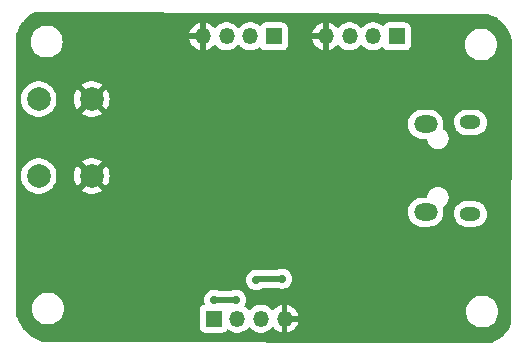
<source format=gbr>
%TF.GenerationSoftware,KiCad,Pcbnew,7.0.2*%
%TF.CreationDate,2023-04-27T00:23:47+05:30*%
%TF.ProjectId,stm32_pcb_design,73746d33-325f-4706-9362-5f6465736967,rev?*%
%TF.SameCoordinates,Original*%
%TF.FileFunction,Copper,L2,Bot*%
%TF.FilePolarity,Positive*%
%FSLAX46Y46*%
G04 Gerber Fmt 4.6, Leading zero omitted, Abs format (unit mm)*
G04 Created by KiCad (PCBNEW 7.0.2) date 2023-04-27 00:23:47*
%MOMM*%
%LPD*%
G01*
G04 APERTURE LIST*
%TA.AperFunction,ComponentPad*%
%ADD10C,2.000000*%
%TD*%
%TA.AperFunction,ComponentPad*%
%ADD11R,1.350000X1.350000*%
%TD*%
%TA.AperFunction,ComponentPad*%
%ADD12O,1.350000X1.350000*%
%TD*%
%TA.AperFunction,ComponentPad*%
%ADD13O,1.800000X1.150000*%
%TD*%
%TA.AperFunction,ComponentPad*%
%ADD14O,2.000000X1.450000*%
%TD*%
%TA.AperFunction,ViaPad*%
%ADD15C,0.700000*%
%TD*%
%TA.AperFunction,Conductor*%
%ADD16C,0.500000*%
%TD*%
G04 APERTURE END LIST*
D10*
%TO.P,SW1,1,A*%
%TO.N,GND*%
X121884000Y-90016400D03*
X121884000Y-83516400D03*
%TO.P,SW1,2,B*%
%TO.N,/SW_BOOTO*%
X117384000Y-90016400D03*
X117384000Y-83516400D03*
%TD*%
D11*
%TO.P,J4,1,Pin_1*%
%TO.N,+3.3V*%
X132200000Y-102100000D03*
D12*
%TO.P,J4,2,Pin_2*%
%TO.N,/I2C_SCL*%
X134200000Y-102100000D03*
%TO.P,J4,3,Pin_3*%
%TO.N,/I2C_SDA*%
X136200000Y-102100000D03*
%TO.P,J4,4,Pin_4*%
%TO.N,GND*%
X138200000Y-102100000D03*
%TD*%
D11*
%TO.P,J3,1,Pin_1*%
%TO.N,+3.3V*%
X137300000Y-78200000D03*
D12*
%TO.P,J3,2,Pin_2*%
%TO.N,/USART1_TX*%
X135300000Y-78200000D03*
%TO.P,J3,3,Pin_3*%
%TO.N,/USART1_RX*%
X133300000Y-78200000D03*
%TO.P,J3,4,Pin_4*%
%TO.N,GND*%
X131300000Y-78200000D03*
%TD*%
D11*
%TO.P,J2,1,Pin_1*%
%TO.N,+3.3V*%
X147700000Y-78200000D03*
D12*
%TO.P,J2,2,Pin_2*%
%TO.N,/SWDIO*%
X145700000Y-78200000D03*
%TO.P,J2,3,Pin_3*%
%TO.N,/SWCLK*%
X143700000Y-78200000D03*
%TO.P,J2,4,Pin_4*%
%TO.N,GND*%
X141700000Y-78200000D03*
%TD*%
D13*
%TO.P,J1,6,Shield*%
%TO.N,unconnected-(J1-Shield-Pad6)*%
X153938600Y-85477600D03*
X153938600Y-93227600D03*
D14*
X150138600Y-85627600D03*
X150138600Y-93077600D03*
%TD*%
D15*
%TO.N,GND*%
X133959600Y-87934800D03*
X128701800Y-93243400D03*
X125425200Y-93040200D03*
X126974600Y-88087200D03*
X129362200Y-88925400D03*
X130606800Y-86842600D03*
%TO.N,+3.3V*%
X132257800Y-100507800D03*
X134086600Y-100507800D03*
X135812834Y-98834159D03*
X137972800Y-98729800D03*
%TO.N,GND*%
X143637000Y-88620600D03*
X147802600Y-88188800D03*
X149656800Y-98907600D03*
X152450800Y-95504000D03*
X146812000Y-93903800D03*
X146075400Y-94081600D03*
X133705600Y-91490800D03*
X128320800Y-97840800D03*
X128524000Y-94234000D03*
X135229600Y-96824800D03*
X138430000Y-93675200D03*
%TD*%
D16*
%TO.N,+3.3V*%
X132257800Y-100507800D02*
X134086600Y-100507800D01*
X135917193Y-98729800D02*
X135812834Y-98834159D01*
X137972800Y-98729800D02*
X135917193Y-98729800D01*
%TD*%
%TA.AperFunction,Conductor*%
%TO.N,GND*%
G36*
X155317446Y-76274167D02*
G01*
X155355225Y-76280255D01*
X155397615Y-76294054D01*
X155415728Y-76299951D01*
X155643558Y-76375632D01*
X155655348Y-76380231D01*
X155779623Y-76436164D01*
X155947576Y-76515428D01*
X155957389Y-76520614D01*
X156082953Y-76594374D01*
X156086112Y-76596294D01*
X156233671Y-76689050D01*
X156241662Y-76694520D01*
X156361610Y-76783702D01*
X156365708Y-76786884D01*
X156498286Y-76894406D01*
X156504452Y-76899755D01*
X156542851Y-76935351D01*
X156615168Y-77002391D01*
X156619961Y-77007082D01*
X156737960Y-77128979D01*
X156742474Y-77133901D01*
X156841474Y-77247912D01*
X156846633Y-77254266D01*
X156949759Y-77390228D01*
X156952823Y-77394450D01*
X157038070Y-77517245D01*
X157043270Y-77525397D01*
X157097655Y-77618497D01*
X157131148Y-77675833D01*
X157132979Y-77679079D01*
X157202631Y-77806993D01*
X157207528Y-77817040D01*
X157281265Y-77987415D01*
X157333137Y-78113457D01*
X157337346Y-78125384D01*
X157405592Y-78355574D01*
X157419720Y-78404299D01*
X157424624Y-78439049D01*
X157381370Y-102488345D01*
X157372407Y-102534409D01*
X157321363Y-102661270D01*
X157319427Y-102665819D01*
X157254577Y-102810099D01*
X157250506Y-102818326D01*
X157181992Y-102944803D01*
X157178823Y-102950311D01*
X157097102Y-103084288D01*
X157092852Y-103090789D01*
X157010159Y-103209014D01*
X157005509Y-103215237D01*
X156907685Y-103337951D01*
X156903598Y-103342817D01*
X156808292Y-103450550D01*
X156801960Y-103457195D01*
X156688674Y-103567593D01*
X156685066Y-103570971D01*
X156579224Y-103666192D01*
X156571055Y-103672933D01*
X156442244Y-103770285D01*
X156439398Y-103772373D01*
X156326208Y-103852961D01*
X156316106Y-103859441D01*
X156167550Y-103944873D01*
X156052789Y-104008285D01*
X156040732Y-104014119D01*
X155840808Y-104097845D01*
X155782648Y-104121813D01*
X155735283Y-104131165D01*
X117855351Y-104093711D01*
X117818145Y-104087959D01*
X117735014Y-104061716D01*
X117505744Y-103988152D01*
X117494303Y-103983848D01*
X117354161Y-103923086D01*
X117285209Y-103892029D01*
X117177839Y-103843667D01*
X117167976Y-103838684D01*
X117027516Y-103759666D01*
X117024995Y-103758209D01*
X116867427Y-103664629D01*
X116859126Y-103659239D01*
X116724582Y-103564045D01*
X116721293Y-103561636D01*
X116578109Y-103453094D01*
X116571340Y-103447577D01*
X116446047Y-103337889D01*
X116442177Y-103334354D01*
X116313242Y-103211474D01*
X116307924Y-103206086D01*
X116194108Y-103083516D01*
X116189872Y-103078712D01*
X116150854Y-103032079D01*
X116075889Y-102942482D01*
X116071910Y-102937469D01*
X115983204Y-102819578D01*
X131024500Y-102819578D01*
X131024501Y-102822872D01*
X131024853Y-102826152D01*
X131024854Y-102826159D01*
X131030909Y-102882484D01*
X131045017Y-102920309D01*
X131081204Y-103017331D01*
X131167454Y-103132546D01*
X131282669Y-103218796D01*
X131417517Y-103269091D01*
X131477127Y-103275500D01*
X132922872Y-103275499D01*
X132982483Y-103269091D01*
X133117331Y-103218796D01*
X133232546Y-103132546D01*
X133294785Y-103049404D01*
X133350718Y-103007535D01*
X133420409Y-103002551D01*
X133477588Y-103032078D01*
X133488568Y-103042088D01*
X133488570Y-103042089D01*
X133673791Y-103156773D01*
X133824704Y-103215237D01*
X133876931Y-103235470D01*
X134091074Y-103275500D01*
X134091076Y-103275500D01*
X134308924Y-103275500D01*
X134308926Y-103275500D01*
X134523069Y-103235470D01*
X134658496Y-103183004D01*
X134726208Y-103156773D01*
X134726210Y-103156772D01*
X134911432Y-103042088D01*
X135072427Y-102895322D01*
X135101045Y-102857424D01*
X135157153Y-102815788D01*
X135226865Y-102811095D01*
X135288047Y-102844836D01*
X135298955Y-102857425D01*
X135327572Y-102895322D01*
X135379305Y-102942482D01*
X135488568Y-103042088D01*
X135547718Y-103078712D01*
X135673791Y-103156773D01*
X135824704Y-103215237D01*
X135876931Y-103235470D01*
X136091074Y-103275500D01*
X136091076Y-103275500D01*
X136308924Y-103275500D01*
X136308926Y-103275500D01*
X136523069Y-103235470D01*
X136658496Y-103183004D01*
X136726208Y-103156773D01*
X136726210Y-103156772D01*
X136911432Y-103042088D01*
X137072427Y-102895322D01*
X137101359Y-102857008D01*
X137157467Y-102815374D01*
X137227179Y-102810681D01*
X137288361Y-102844423D01*
X137299268Y-102857010D01*
X137327945Y-102894986D01*
X137488868Y-103041685D01*
X137674012Y-103156322D01*
X137877069Y-103234986D01*
X137950000Y-103248619D01*
X137950000Y-102415686D01*
X137961955Y-102427641D01*
X138074852Y-102485165D01*
X138168519Y-102500000D01*
X138231481Y-102500000D01*
X138325148Y-102485165D01*
X138438045Y-102427641D01*
X138450000Y-102415685D01*
X138450000Y-103248619D01*
X138522930Y-103234986D01*
X138725987Y-103156322D01*
X138911131Y-103041685D01*
X139072055Y-102894985D01*
X139203287Y-102721205D01*
X139300348Y-102526278D01*
X139350505Y-102350000D01*
X138515686Y-102350000D01*
X138527641Y-102338045D01*
X138585165Y-102225148D01*
X138604986Y-102100000D01*
X138585165Y-101974852D01*
X138527641Y-101861955D01*
X138515686Y-101850000D01*
X139350505Y-101850000D01*
X139350505Y-101849999D01*
X139300348Y-101673721D01*
X139213050Y-101498400D01*
X153584340Y-101498400D01*
X153604936Y-101733807D01*
X153632073Y-101835083D01*
X153666097Y-101962063D01*
X153765965Y-102176229D01*
X153901505Y-102369801D01*
X154068599Y-102536895D01*
X154262171Y-102672435D01*
X154476337Y-102772303D01*
X154704592Y-102833463D01*
X154881034Y-102848900D01*
X154883742Y-102848900D01*
X154996258Y-102848900D01*
X154998966Y-102848900D01*
X155175408Y-102833463D01*
X155403663Y-102772303D01*
X155617829Y-102672435D01*
X155811401Y-102536895D01*
X155978495Y-102369801D01*
X156114035Y-102176230D01*
X156213903Y-101962063D01*
X156275063Y-101733808D01*
X156295659Y-101498400D01*
X156275063Y-101262992D01*
X156213903Y-101034737D01*
X156114035Y-100820571D01*
X155978495Y-100626999D01*
X155811401Y-100459905D01*
X155617829Y-100324365D01*
X155403663Y-100224497D01*
X155175407Y-100163336D01*
X155001667Y-100148136D01*
X155001659Y-100148135D01*
X154998966Y-100147900D01*
X154881034Y-100147900D01*
X154878341Y-100148135D01*
X154878332Y-100148136D01*
X154704592Y-100163336D01*
X154476336Y-100224497D01*
X154262170Y-100324365D01*
X154068598Y-100459905D01*
X153901508Y-100626995D01*
X153901505Y-100626998D01*
X153901505Y-100626999D01*
X153793857Y-100780737D01*
X153765964Y-100820572D01*
X153666097Y-101034737D01*
X153604936Y-101262992D01*
X153584340Y-101498400D01*
X139213050Y-101498400D01*
X139203287Y-101478794D01*
X139072055Y-101305014D01*
X138911131Y-101158314D01*
X138725987Y-101043677D01*
X138522927Y-100965011D01*
X138450001Y-100951378D01*
X138450000Y-100951379D01*
X138450000Y-101784313D01*
X138438045Y-101772359D01*
X138325148Y-101714835D01*
X138231481Y-101700000D01*
X138168519Y-101700000D01*
X138074852Y-101714835D01*
X137961955Y-101772359D01*
X137950000Y-101784314D01*
X137950000Y-100951379D01*
X137949998Y-100951378D01*
X137877072Y-100965011D01*
X137674012Y-101043677D01*
X137488868Y-101158314D01*
X137327944Y-101305015D01*
X137299267Y-101342990D01*
X137243158Y-101384626D01*
X137173446Y-101389317D01*
X137112264Y-101355575D01*
X137101359Y-101342990D01*
X137072426Y-101304676D01*
X136911432Y-101157912D01*
X136726208Y-101043226D01*
X136523073Y-100964531D01*
X136523070Y-100964530D01*
X136523069Y-100964530D01*
X136308926Y-100924500D01*
X136091074Y-100924500D01*
X135876931Y-100964530D01*
X135876926Y-100964531D01*
X135673791Y-101043226D01*
X135488567Y-101157911D01*
X135327573Y-101304677D01*
X135317878Y-101317516D01*
X135298955Y-101342575D01*
X135298953Y-101342577D01*
X135242844Y-101384212D01*
X135173132Y-101388903D01*
X135111951Y-101355160D01*
X135101046Y-101342575D01*
X135072428Y-101304678D01*
X134911434Y-101157913D01*
X134852993Y-101121728D01*
X134806358Y-101069700D01*
X134795254Y-101000718D01*
X134810883Y-100954303D01*
X134867850Y-100855635D01*
X134923097Y-100685603D01*
X134941785Y-100507800D01*
X134923097Y-100329997D01*
X134868946Y-100163337D01*
X134867850Y-100159964D01*
X134778459Y-100005134D01*
X134658828Y-99872272D01*
X134514196Y-99767189D01*
X134350864Y-99694469D01*
X134175993Y-99657300D01*
X134175991Y-99657300D01*
X133997209Y-99657300D01*
X133997207Y-99657300D01*
X133822335Y-99694469D01*
X133705294Y-99746580D01*
X133654859Y-99757300D01*
X132689541Y-99757300D01*
X132639106Y-99746580D01*
X132522064Y-99694469D01*
X132347193Y-99657300D01*
X132347191Y-99657300D01*
X132168409Y-99657300D01*
X132168407Y-99657300D01*
X131993535Y-99694469D01*
X131830208Y-99767187D01*
X131685568Y-99872274D01*
X131565940Y-100005134D01*
X131476549Y-100159964D01*
X131421303Y-100329995D01*
X131421302Y-100329997D01*
X131421303Y-100329997D01*
X131402615Y-100507800D01*
X131421303Y-100685603D01*
X131421304Y-100685606D01*
X131455272Y-100790151D01*
X131457267Y-100859992D01*
X131421186Y-100919824D01*
X131380675Y-100944650D01*
X131282669Y-100981204D01*
X131167454Y-101067454D01*
X131081204Y-101182668D01*
X131035698Y-101304678D01*
X131030909Y-101317517D01*
X131024500Y-101377127D01*
X131024500Y-101380448D01*
X131024500Y-101380449D01*
X131024500Y-102819560D01*
X131024500Y-102819578D01*
X115983204Y-102819578D01*
X115983190Y-102819560D01*
X115971336Y-102803806D01*
X115966975Y-102797625D01*
X115868781Y-102649050D01*
X115865984Y-102644617D01*
X115780113Y-102501924D01*
X115775876Y-102494287D01*
X115712441Y-102369804D01*
X115694284Y-102334173D01*
X115692545Y-102330618D01*
X115622545Y-102181312D01*
X115618706Y-102172191D01*
X115554374Y-102000535D01*
X115553408Y-101997863D01*
X115500400Y-101845639D01*
X115497245Y-101835083D01*
X115467440Y-101716302D01*
X115463712Y-101686357D01*
X115462917Y-101244400D01*
X116805140Y-101244400D01*
X116825736Y-101479807D01*
X116877647Y-101673541D01*
X116886897Y-101708063D01*
X116986765Y-101922229D01*
X117122305Y-102115801D01*
X117289399Y-102282895D01*
X117482971Y-102418435D01*
X117697137Y-102518303D01*
X117925392Y-102579463D01*
X118101834Y-102594900D01*
X118104542Y-102594900D01*
X118217058Y-102594900D01*
X118219766Y-102594900D01*
X118396208Y-102579463D01*
X118624463Y-102518303D01*
X118838629Y-102418435D01*
X119032201Y-102282895D01*
X119199295Y-102115801D01*
X119334835Y-101922230D01*
X119434703Y-101708063D01*
X119495863Y-101479808D01*
X119516459Y-101244400D01*
X119495863Y-101008992D01*
X119434703Y-100780737D01*
X119334835Y-100566571D01*
X119199295Y-100372999D01*
X119032201Y-100205905D01*
X118838629Y-100070365D01*
X118624463Y-99970497D01*
X118396207Y-99909336D01*
X118222467Y-99894136D01*
X118222459Y-99894135D01*
X118219766Y-99893900D01*
X118101834Y-99893900D01*
X118099141Y-99894135D01*
X118099132Y-99894136D01*
X117925392Y-99909336D01*
X117697136Y-99970497D01*
X117482970Y-100070365D01*
X117289398Y-100205905D01*
X117122308Y-100372995D01*
X117122305Y-100372998D01*
X117122305Y-100372999D01*
X117027917Y-100507800D01*
X116986764Y-100566572D01*
X116886897Y-100780737D01*
X116825736Y-101008992D01*
X116805140Y-101244400D01*
X115462917Y-101244400D01*
X115458582Y-98834159D01*
X134957649Y-98834159D01*
X134976337Y-99011963D01*
X135031583Y-99181994D01*
X135120974Y-99336824D01*
X135240605Y-99469686D01*
X135385237Y-99574769D01*
X135385240Y-99574770D01*
X135385241Y-99574771D01*
X135494125Y-99623248D01*
X135548569Y-99647489D01*
X135723441Y-99684659D01*
X135723443Y-99684659D01*
X135902227Y-99684659D01*
X136077098Y-99647489D01*
X136077099Y-99647488D01*
X136077101Y-99647488D01*
X136240427Y-99574771D01*
X136337858Y-99503982D01*
X136403665Y-99480502D01*
X136410745Y-99480300D01*
X137541059Y-99480300D01*
X137591494Y-99491020D01*
X137708535Y-99543130D01*
X137883407Y-99580300D01*
X137883409Y-99580300D01*
X138062193Y-99580300D01*
X138237064Y-99543130D01*
X138237065Y-99543129D01*
X138237067Y-99543129D01*
X138400393Y-99470412D01*
X138545030Y-99365326D01*
X138664659Y-99232465D01*
X138754050Y-99077635D01*
X138809297Y-98907603D01*
X138827985Y-98729800D01*
X138809297Y-98551997D01*
X138754050Y-98381965D01*
X138754050Y-98381964D01*
X138664659Y-98227134D01*
X138545028Y-98094272D01*
X138400396Y-97989189D01*
X138237064Y-97916469D01*
X138062193Y-97879300D01*
X138062191Y-97879300D01*
X137883409Y-97879300D01*
X137883407Y-97879300D01*
X137708535Y-97916469D01*
X137591494Y-97968580D01*
X137541059Y-97979300D01*
X135980899Y-97979300D01*
X135962929Y-97977991D01*
X135949046Y-97975957D01*
X135939170Y-97974511D01*
X135939169Y-97974511D01*
X135889824Y-97978828D01*
X135879017Y-97979300D01*
X135873484Y-97979300D01*
X135869921Y-97979716D01*
X135869910Y-97979717D01*
X135843356Y-97982821D01*
X135828962Y-97983659D01*
X135723441Y-97983659D01*
X135548569Y-98020828D01*
X135385242Y-98093546D01*
X135240602Y-98198633D01*
X135120974Y-98331493D01*
X135031583Y-98486323D01*
X134976337Y-98656354D01*
X134957649Y-98834159D01*
X115458582Y-98834159D01*
X115448328Y-93132802D01*
X148634385Y-93132802D01*
X148663997Y-93351403D01*
X148698577Y-93457831D01*
X148732164Y-93561199D01*
X148836697Y-93755453D01*
X148974234Y-93927920D01*
X148974235Y-93927920D01*
X149140358Y-94073057D01*
X149329726Y-94186200D01*
X149536253Y-94263711D01*
X149753302Y-94303100D01*
X149753303Y-94303100D01*
X150465855Y-94303100D01*
X150468632Y-94303100D01*
X150633306Y-94288279D01*
X150845950Y-94229593D01*
X151044698Y-94133881D01*
X151223163Y-94004219D01*
X151375607Y-93844775D01*
X151497131Y-93660673D01*
X151554930Y-93525444D01*
X151583830Y-93457832D01*
X151601285Y-93381356D01*
X151632917Y-93242768D01*
X151635907Y-93176191D01*
X152534432Y-93176191D01*
X152544205Y-93381356D01*
X152592629Y-93580961D01*
X152677954Y-93767799D01*
X152739543Y-93854287D01*
X152797094Y-93935106D01*
X152945746Y-94076845D01*
X153038546Y-94136484D01*
X153115904Y-94186200D01*
X153118536Y-94187891D01*
X153309218Y-94264229D01*
X153510902Y-94303100D01*
X154311878Y-94303100D01*
X154314832Y-94303100D01*
X154317783Y-94302818D01*
X154317787Y-94302818D01*
X154373105Y-94297535D01*
X154468066Y-94288468D01*
X154665141Y-94230601D01*
X154847704Y-94136484D01*
X155009156Y-94009516D01*
X155143661Y-93854289D01*
X155246359Y-93676411D01*
X155313537Y-93482312D01*
X155342768Y-93279007D01*
X155332995Y-93073844D01*
X155284571Y-92874238D01*
X155199247Y-92687404D01*
X155199246Y-92687403D01*
X155199245Y-92687400D01*
X155101087Y-92549558D01*
X155080106Y-92520094D01*
X154931454Y-92378355D01*
X154838656Y-92318717D01*
X154758665Y-92267309D01*
X154631721Y-92216488D01*
X154567982Y-92190971D01*
X154567981Y-92190970D01*
X154567979Y-92190970D01*
X154366298Y-92152100D01*
X153562368Y-92152100D01*
X153559438Y-92152379D01*
X153559412Y-92152381D01*
X153409136Y-92166731D01*
X153212060Y-92224598D01*
X153029493Y-92318717D01*
X152868045Y-92445682D01*
X152733537Y-92600912D01*
X152630841Y-92778787D01*
X152563662Y-92972887D01*
X152534432Y-93176191D01*
X151635907Y-93176191D01*
X151642814Y-93022396D01*
X151613203Y-92803798D01*
X151602504Y-92770870D01*
X151600507Y-92701029D01*
X151636587Y-92641195D01*
X151647532Y-92632244D01*
X151674476Y-92612668D01*
X151685334Y-92605618D01*
X151720816Y-92585133D01*
X151751254Y-92557725D01*
X151761340Y-92549558D01*
X151794471Y-92525488D01*
X151821884Y-92495041D01*
X151831041Y-92485884D01*
X151861488Y-92458471D01*
X151885558Y-92425339D01*
X151893725Y-92415254D01*
X151921133Y-92384816D01*
X151941618Y-92349334D01*
X151948671Y-92338472D01*
X151972751Y-92305330D01*
X151989411Y-92267907D01*
X151995300Y-92256353D01*
X152015779Y-92220884D01*
X152028436Y-92181924D01*
X152033077Y-92169834D01*
X152049744Y-92132403D01*
X152058258Y-92092341D01*
X152061612Y-92079820D01*
X152074274Y-92040856D01*
X152078556Y-92000103D01*
X152080580Y-91987326D01*
X152089100Y-91947246D01*
X152089100Y-91906292D01*
X152089779Y-91893331D01*
X152094060Y-91852600D01*
X152089779Y-91811866D01*
X152089100Y-91798906D01*
X152089100Y-91757953D01*
X152080586Y-91717900D01*
X152078555Y-91705085D01*
X152074274Y-91664344D01*
X152061614Y-91625382D01*
X152058260Y-91612867D01*
X152049744Y-91572797D01*
X152033083Y-91535378D01*
X152028431Y-91523258D01*
X152026365Y-91516900D01*
X152015779Y-91484316D01*
X151995296Y-91448839D01*
X151989405Y-91437277D01*
X151972751Y-91399870D01*
X151948678Y-91366736D01*
X151941615Y-91355860D01*
X151921131Y-91320381D01*
X151893727Y-91289947D01*
X151885557Y-91279858D01*
X151861489Y-91246730D01*
X151854025Y-91240009D01*
X151831042Y-91219315D01*
X151821874Y-91210146D01*
X151794471Y-91179712D01*
X151761339Y-91155641D01*
X151751262Y-91147481D01*
X151720816Y-91120067D01*
X151720815Y-91120066D01*
X151685340Y-91099584D01*
X151674460Y-91092518D01*
X151641332Y-91068450D01*
X151641328Y-91068448D01*
X151603908Y-91051787D01*
X151592355Y-91045900D01*
X151556884Y-91025421D01*
X151517931Y-91012764D01*
X151505813Y-91008112D01*
X151468405Y-90991456D01*
X151446611Y-90986824D01*
X151428339Y-90982940D01*
X151415809Y-90979582D01*
X151376855Y-90966925D01*
X151336119Y-90962643D01*
X151323306Y-90960614D01*
X151283246Y-90952100D01*
X151093954Y-90952100D01*
X151093951Y-90952100D01*
X151053892Y-90960613D01*
X151041083Y-90962642D01*
X151000344Y-90966925D01*
X150961394Y-90979581D01*
X150948858Y-90982940D01*
X150908798Y-90991454D01*
X150871380Y-91008114D01*
X150859268Y-91012763D01*
X150820315Y-91025420D01*
X150784841Y-91045901D01*
X150773281Y-91051791D01*
X150735870Y-91068448D01*
X150702737Y-91092519D01*
X150691860Y-91099583D01*
X150656382Y-91120067D01*
X150625947Y-91147471D01*
X150615864Y-91155636D01*
X150582728Y-91179711D01*
X150555322Y-91210148D01*
X150546148Y-91219322D01*
X150515711Y-91246728D01*
X150491636Y-91279864D01*
X150483471Y-91289947D01*
X150456067Y-91320382D01*
X150435583Y-91355860D01*
X150428519Y-91366737D01*
X150404448Y-91399870D01*
X150387791Y-91437281D01*
X150381901Y-91448841D01*
X150361420Y-91484315D01*
X150348763Y-91523268D01*
X150344114Y-91535380D01*
X150327454Y-91572798D01*
X150318940Y-91612858D01*
X150315581Y-91625394D01*
X150302925Y-91664344D01*
X150298642Y-91705083D01*
X150296613Y-91717892D01*
X150288966Y-91753876D01*
X150255776Y-91815359D01*
X150194615Y-91849138D01*
X150167675Y-91852100D01*
X149808568Y-91852100D01*
X149805818Y-91852347D01*
X149805806Y-91852348D01*
X149643890Y-91866921D01*
X149431251Y-91925606D01*
X149232500Y-92021319D01*
X149054040Y-92150978D01*
X149054037Y-92150980D01*
X149054037Y-92150981D01*
X149038978Y-92166732D01*
X148901590Y-92310428D01*
X148780068Y-92494528D01*
X148693369Y-92697367D01*
X148644283Y-92912431D01*
X148634385Y-93132802D01*
X115448328Y-93132802D01*
X115442723Y-90016400D01*
X115878356Y-90016400D01*
X115898891Y-90264216D01*
X115898891Y-90264219D01*
X115898892Y-90264221D01*
X115959937Y-90505281D01*
X116004960Y-90607923D01*
X116059825Y-90733004D01*
X116059827Y-90733007D01*
X116195836Y-90941185D01*
X116364256Y-91124138D01*
X116429667Y-91175050D01*
X116560485Y-91276870D01*
X116560487Y-91276871D01*
X116560491Y-91276874D01*
X116779190Y-91395228D01*
X117014386Y-91475971D01*
X117259665Y-91516900D01*
X117508335Y-91516900D01*
X117753614Y-91475971D01*
X117988810Y-91395228D01*
X118207509Y-91276874D01*
X118403744Y-91124138D01*
X118572164Y-90941185D01*
X118708173Y-90733007D01*
X118808063Y-90505281D01*
X118869108Y-90264221D01*
X118889643Y-90016400D01*
X120378858Y-90016400D01*
X120399386Y-90264132D01*
X120460413Y-90505121D01*
X120560268Y-90732770D01*
X120660563Y-90886282D01*
X120660564Y-90886282D01*
X121358070Y-90188775D01*
X121360884Y-90202315D01*
X121430442Y-90336556D01*
X121533638Y-90447052D01*
X121662819Y-90525609D01*
X121714002Y-90539949D01*
X121013942Y-91240009D01*
X121013942Y-91240010D01*
X121060766Y-91276455D01*
X121279393Y-91394768D01*
X121514506Y-91475483D01*
X121759707Y-91516400D01*
X122008293Y-91516400D01*
X122253493Y-91475483D01*
X122488606Y-91394768D01*
X122707233Y-91276453D01*
X122754056Y-91240009D01*
X122055568Y-90541521D01*
X122172458Y-90490749D01*
X122289739Y-90395334D01*
X122376928Y-90271815D01*
X122407354Y-90186202D01*
X123107434Y-90886282D01*
X123207730Y-90732769D01*
X123307586Y-90505121D01*
X123368613Y-90264132D01*
X123389141Y-90016400D01*
X123368613Y-89768667D01*
X123307586Y-89527678D01*
X123207730Y-89300030D01*
X123107434Y-89146516D01*
X122409928Y-89844021D01*
X122407116Y-89830485D01*
X122337558Y-89696244D01*
X122234362Y-89585748D01*
X122105181Y-89507191D01*
X122053997Y-89492850D01*
X122754057Y-88792790D01*
X122754056Y-88792788D01*
X122707235Y-88756347D01*
X122488606Y-88638031D01*
X122253493Y-88557316D01*
X122008293Y-88516400D01*
X121759707Y-88516400D01*
X121514506Y-88557316D01*
X121279393Y-88638031D01*
X121060764Y-88756346D01*
X121013942Y-88792788D01*
X121013942Y-88792790D01*
X121712431Y-89491278D01*
X121595542Y-89542051D01*
X121478261Y-89637466D01*
X121391072Y-89760985D01*
X121360645Y-89846597D01*
X120660564Y-89146516D01*
X120560266Y-89300034D01*
X120460413Y-89527678D01*
X120399386Y-89768667D01*
X120378858Y-90016400D01*
X118889643Y-90016400D01*
X118869108Y-89768579D01*
X118808063Y-89527519D01*
X118708173Y-89299793D01*
X118572164Y-89091615D01*
X118403744Y-88908662D01*
X118381612Y-88891436D01*
X118207514Y-88755929D01*
X118207510Y-88755926D01*
X118207509Y-88755926D01*
X117988810Y-88637572D01*
X117988806Y-88637570D01*
X117988805Y-88637570D01*
X117753615Y-88556829D01*
X117508335Y-88515900D01*
X117259665Y-88515900D01*
X117014384Y-88556829D01*
X116779194Y-88637570D01*
X116560485Y-88755929D01*
X116364259Y-88908659D01*
X116195837Y-89091614D01*
X116059825Y-89299795D01*
X115986746Y-89466400D01*
X115959937Y-89527519D01*
X115925667Y-89662847D01*
X115898891Y-89768583D01*
X115878356Y-90016400D01*
X115442723Y-90016400D01*
X115434929Y-85682802D01*
X148634385Y-85682802D01*
X148663997Y-85901403D01*
X148729918Y-86104289D01*
X148732164Y-86111199D01*
X148836697Y-86305453D01*
X148941823Y-86437277D01*
X148974235Y-86477920D01*
X149140358Y-86623057D01*
X149329726Y-86736200D01*
X149536253Y-86813711D01*
X149753302Y-86853100D01*
X149753303Y-86853100D01*
X150167675Y-86853100D01*
X150234714Y-86872785D01*
X150280469Y-86925589D01*
X150288966Y-86951320D01*
X150296614Y-86987303D01*
X150298643Y-87000119D01*
X150302925Y-87040855D01*
X150315582Y-87079809D01*
X150318942Y-87092346D01*
X150327456Y-87132405D01*
X150344112Y-87169813D01*
X150348764Y-87181931D01*
X150361421Y-87220884D01*
X150381900Y-87256355D01*
X150387787Y-87267908D01*
X150404449Y-87305330D01*
X150404450Y-87305332D01*
X150428518Y-87338460D01*
X150435584Y-87349340D01*
X150456067Y-87384816D01*
X150483467Y-87415247D01*
X150483477Y-87415257D01*
X150491641Y-87425339D01*
X150515712Y-87458471D01*
X150546144Y-87485872D01*
X150555320Y-87495047D01*
X150582730Y-87525489D01*
X150615858Y-87549557D01*
X150625947Y-87557727D01*
X150656381Y-87585131D01*
X150656383Y-87585132D01*
X150656384Y-87585133D01*
X150691866Y-87605619D01*
X150702736Y-87612678D01*
X150735870Y-87636751D01*
X150773283Y-87653408D01*
X150784839Y-87659296D01*
X150820316Y-87679779D01*
X150859266Y-87692434D01*
X150871378Y-87697083D01*
X150908797Y-87713744D01*
X150948867Y-87722260D01*
X150961382Y-87725614D01*
X151000344Y-87738274D01*
X151041085Y-87742555D01*
X151053894Y-87744585D01*
X151093954Y-87753100D01*
X151283243Y-87753100D01*
X151283246Y-87753100D01*
X151323326Y-87744580D01*
X151336103Y-87742556D01*
X151376856Y-87738274D01*
X151415820Y-87725612D01*
X151428341Y-87722258D01*
X151454460Y-87716707D01*
X151468399Y-87713745D01*
X151468399Y-87713744D01*
X151468403Y-87713744D01*
X151505834Y-87697077D01*
X151517924Y-87692436D01*
X151556884Y-87679779D01*
X151592357Y-87659298D01*
X151603907Y-87653411D01*
X151641330Y-87636751D01*
X151674472Y-87612671D01*
X151685334Y-87605618D01*
X151720816Y-87585133D01*
X151751254Y-87557725D01*
X151761340Y-87549558D01*
X151761341Y-87549557D01*
X151794471Y-87525488D01*
X151821884Y-87495041D01*
X151831041Y-87485884D01*
X151861488Y-87458471D01*
X151885558Y-87425339D01*
X151893725Y-87415254D01*
X151921133Y-87384816D01*
X151941618Y-87349334D01*
X151948671Y-87338472D01*
X151972751Y-87305330D01*
X151989411Y-87267907D01*
X151995300Y-87256353D01*
X152015779Y-87220884D01*
X152028434Y-87181932D01*
X152028435Y-87181931D01*
X152028436Y-87181924D01*
X152033077Y-87169834D01*
X152049744Y-87132403D01*
X152058258Y-87092341D01*
X152061616Y-87079809D01*
X152074274Y-87040856D01*
X152078556Y-87000103D01*
X152080580Y-86987326D01*
X152089100Y-86947246D01*
X152089100Y-86906292D01*
X152089779Y-86893331D01*
X152094060Y-86852600D01*
X152089779Y-86811866D01*
X152089100Y-86798906D01*
X152089100Y-86757953D01*
X152080586Y-86717900D01*
X152078555Y-86705080D01*
X152074274Y-86664344D01*
X152061614Y-86625382D01*
X152058260Y-86612867D01*
X152049744Y-86572797D01*
X152033083Y-86535378D01*
X152028431Y-86523258D01*
X152025497Y-86514229D01*
X152015779Y-86484316D01*
X151995296Y-86448839D01*
X151989405Y-86437277D01*
X151972751Y-86399870D01*
X151948678Y-86366736D01*
X151941615Y-86355860D01*
X151921131Y-86320381D01*
X151893727Y-86289947D01*
X151885557Y-86279858D01*
X151861489Y-86246730D01*
X151831047Y-86219320D01*
X151821874Y-86210146D01*
X151794471Y-86179712D01*
X151761339Y-86155641D01*
X151751262Y-86147481D01*
X151720816Y-86120067D01*
X151720815Y-86120066D01*
X151685340Y-86099584D01*
X151674461Y-86092518D01*
X151646363Y-86072105D01*
X151603695Y-86016777D01*
X151597714Y-85947164D01*
X151598332Y-85944290D01*
X151632917Y-85792768D01*
X151642814Y-85572396D01*
X151623009Y-85426191D01*
X152534432Y-85426191D01*
X152544205Y-85631356D01*
X152592629Y-85830961D01*
X152677954Y-86017799D01*
X152744465Y-86111199D01*
X152797094Y-86185106D01*
X152945746Y-86326845D01*
X153065407Y-86403747D01*
X153117580Y-86437277D01*
X153118536Y-86437891D01*
X153309218Y-86514229D01*
X153510902Y-86553100D01*
X154311878Y-86553100D01*
X154314832Y-86553100D01*
X154317783Y-86552818D01*
X154317787Y-86552818D01*
X154373105Y-86547535D01*
X154468066Y-86538468D01*
X154665141Y-86480601D01*
X154847704Y-86386484D01*
X155009156Y-86259516D01*
X155143661Y-86104289D01*
X155246359Y-85926411D01*
X155313537Y-85732312D01*
X155342768Y-85529007D01*
X155332995Y-85323844D01*
X155284571Y-85124238D01*
X155199247Y-84937404D01*
X155199246Y-84937403D01*
X155199245Y-84937400D01*
X155084931Y-84776870D01*
X155080106Y-84770094D01*
X154931454Y-84628355D01*
X154838656Y-84568717D01*
X154758665Y-84517309D01*
X154631721Y-84466488D01*
X154567982Y-84440971D01*
X154567981Y-84440970D01*
X154567979Y-84440970D01*
X154366298Y-84402100D01*
X153562368Y-84402100D01*
X153559438Y-84402379D01*
X153559412Y-84402381D01*
X153409136Y-84416731D01*
X153212060Y-84474598D01*
X153029493Y-84568717D01*
X152868045Y-84695682D01*
X152733537Y-84850912D01*
X152630841Y-85028787D01*
X152563662Y-85222887D01*
X152534432Y-85426191D01*
X151623009Y-85426191D01*
X151613203Y-85353798D01*
X151545036Y-85144001D01*
X151440503Y-84949747D01*
X151302965Y-84777280D01*
X151302019Y-84776453D01*
X151136841Y-84632142D01*
X150947473Y-84518999D01*
X150740946Y-84441488D01*
X150523898Y-84402100D01*
X150523897Y-84402100D01*
X149808568Y-84402100D01*
X149805818Y-84402347D01*
X149805806Y-84402348D01*
X149643890Y-84416921D01*
X149431251Y-84475606D01*
X149232500Y-84571319D01*
X149054040Y-84700978D01*
X149054037Y-84700980D01*
X149054037Y-84700981D01*
X148987958Y-84770094D01*
X148901590Y-84860428D01*
X148780068Y-85044528D01*
X148693369Y-85247367D01*
X148644283Y-85462431D01*
X148634385Y-85682802D01*
X115434929Y-85682802D01*
X115431032Y-83516399D01*
X115878356Y-83516399D01*
X115898891Y-83764216D01*
X115898891Y-83764219D01*
X115898892Y-83764221D01*
X115959937Y-84005281D01*
X116004960Y-84107923D01*
X116059825Y-84233004D01*
X116059827Y-84233007D01*
X116195836Y-84441185D01*
X116364256Y-84624138D01*
X116364259Y-84624140D01*
X116560485Y-84776870D01*
X116560487Y-84776871D01*
X116560491Y-84776874D01*
X116779190Y-84895228D01*
X117014386Y-84975971D01*
X117259665Y-85016900D01*
X117508335Y-85016900D01*
X117753614Y-84975971D01*
X117988810Y-84895228D01*
X118207509Y-84776874D01*
X118403744Y-84624138D01*
X118572164Y-84441185D01*
X118708173Y-84233007D01*
X118808063Y-84005281D01*
X118869108Y-83764221D01*
X118889643Y-83516400D01*
X120378858Y-83516400D01*
X120399386Y-83764132D01*
X120460413Y-84005121D01*
X120560268Y-84232770D01*
X120660563Y-84386282D01*
X120660564Y-84386282D01*
X121358070Y-83688776D01*
X121360884Y-83702315D01*
X121430442Y-83836556D01*
X121533638Y-83947052D01*
X121662819Y-84025609D01*
X121714002Y-84039949D01*
X121013942Y-84740009D01*
X121013942Y-84740010D01*
X121060766Y-84776455D01*
X121279393Y-84894768D01*
X121514506Y-84975483D01*
X121759707Y-85016400D01*
X122008293Y-85016400D01*
X122253493Y-84975483D01*
X122488606Y-84894768D01*
X122707233Y-84776453D01*
X122754056Y-84740009D01*
X122055568Y-84041521D01*
X122172458Y-83990749D01*
X122289739Y-83895334D01*
X122376928Y-83771815D01*
X122407354Y-83686202D01*
X123107434Y-84386282D01*
X123207730Y-84232769D01*
X123307586Y-84005121D01*
X123368613Y-83764132D01*
X123389141Y-83516399D01*
X123368613Y-83268667D01*
X123307586Y-83027678D01*
X123207730Y-82800030D01*
X123107434Y-82646516D01*
X122409929Y-83344022D01*
X122407116Y-83330485D01*
X122337558Y-83196244D01*
X122234362Y-83085748D01*
X122105181Y-83007191D01*
X122053997Y-82992850D01*
X122754057Y-82292790D01*
X122754056Y-82292788D01*
X122707235Y-82256347D01*
X122488606Y-82138031D01*
X122253493Y-82057316D01*
X122008293Y-82016400D01*
X121759707Y-82016400D01*
X121514506Y-82057316D01*
X121279393Y-82138031D01*
X121060764Y-82256346D01*
X121013942Y-82292788D01*
X121013942Y-82292790D01*
X121712431Y-82991278D01*
X121595542Y-83042051D01*
X121478261Y-83137466D01*
X121391072Y-83260985D01*
X121360645Y-83346597D01*
X120660564Y-82646516D01*
X120560266Y-82800034D01*
X120460413Y-83027678D01*
X120399386Y-83268667D01*
X120378858Y-83516400D01*
X118889643Y-83516400D01*
X118869108Y-83268579D01*
X118808063Y-83027519D01*
X118708173Y-82799793D01*
X118572164Y-82591615D01*
X118403744Y-82408662D01*
X118381612Y-82391436D01*
X118207514Y-82255929D01*
X118207510Y-82255926D01*
X118207509Y-82255926D01*
X117988810Y-82137572D01*
X117988806Y-82137570D01*
X117988805Y-82137570D01*
X117753615Y-82056829D01*
X117508335Y-82015900D01*
X117259665Y-82015900D01*
X117014384Y-82056829D01*
X116779194Y-82137570D01*
X116560485Y-82255929D01*
X116364259Y-82408659D01*
X116195837Y-82591614D01*
X116059825Y-82799795D01*
X115986746Y-82966400D01*
X115959937Y-83027519D01*
X115925667Y-83162847D01*
X115898891Y-83268583D01*
X115878356Y-83516399D01*
X115431032Y-83516399D01*
X115422259Y-78638400D01*
X116703540Y-78638400D01*
X116724136Y-78873807D01*
X116753256Y-78982483D01*
X116785297Y-79102063D01*
X116885165Y-79316229D01*
X117020705Y-79509801D01*
X117187799Y-79676895D01*
X117381371Y-79812435D01*
X117595537Y-79912303D01*
X117823792Y-79973463D01*
X118000234Y-79988900D01*
X118002942Y-79988900D01*
X118115458Y-79988900D01*
X118118166Y-79988900D01*
X118294608Y-79973463D01*
X118522863Y-79912303D01*
X118737029Y-79812435D01*
X118930601Y-79676895D01*
X119097695Y-79509801D01*
X119233235Y-79316230D01*
X119333103Y-79102063D01*
X119394263Y-78873808D01*
X119414859Y-78638400D01*
X119394263Y-78402992D01*
X119333103Y-78174737D01*
X119233235Y-77960571D01*
X119225832Y-77949999D01*
X130149494Y-77949999D01*
X130149495Y-77950000D01*
X130984314Y-77950000D01*
X130972359Y-77961955D01*
X130914835Y-78074852D01*
X130895014Y-78200000D01*
X130914835Y-78325148D01*
X130972359Y-78438045D01*
X130984314Y-78450000D01*
X130149495Y-78450000D01*
X130199651Y-78626278D01*
X130296712Y-78821205D01*
X130427944Y-78994985D01*
X130588868Y-79141685D01*
X130774012Y-79256322D01*
X130977069Y-79334986D01*
X131050000Y-79348619D01*
X131050000Y-78515685D01*
X131061955Y-78527641D01*
X131174852Y-78585165D01*
X131268519Y-78600000D01*
X131331481Y-78600000D01*
X131425148Y-78585165D01*
X131538045Y-78527641D01*
X131549999Y-78515686D01*
X131549999Y-79348619D01*
X131622930Y-79334986D01*
X131825987Y-79256322D01*
X132011131Y-79141685D01*
X132172052Y-78994987D01*
X132200730Y-78957011D01*
X132256838Y-78915374D01*
X132326550Y-78910681D01*
X132387733Y-78944422D01*
X132398640Y-78957009D01*
X132427573Y-78995323D01*
X132552993Y-79109657D01*
X132588568Y-79142088D01*
X132681179Y-79199430D01*
X132773791Y-79256773D01*
X132927267Y-79316230D01*
X132976931Y-79335470D01*
X133191074Y-79375500D01*
X133191076Y-79375500D01*
X133408924Y-79375500D01*
X133408926Y-79375500D01*
X133623069Y-79335470D01*
X133758496Y-79283004D01*
X133826208Y-79256773D01*
X133826210Y-79256772D01*
X134011432Y-79142088D01*
X134172427Y-78995322D01*
X134201045Y-78957424D01*
X134257153Y-78915788D01*
X134326865Y-78911095D01*
X134388047Y-78944836D01*
X134398955Y-78957425D01*
X134427572Y-78995322D01*
X134552993Y-79109657D01*
X134588568Y-79142088D01*
X134681179Y-79199430D01*
X134773791Y-79256773D01*
X134927267Y-79316230D01*
X134976931Y-79335470D01*
X135191074Y-79375500D01*
X135191076Y-79375500D01*
X135408924Y-79375500D01*
X135408926Y-79375500D01*
X135623069Y-79335470D01*
X135758496Y-79283004D01*
X135826208Y-79256773D01*
X135826210Y-79256772D01*
X136011432Y-79142088D01*
X136022409Y-79132080D01*
X136085208Y-79101463D01*
X136154596Y-79109657D01*
X136205214Y-79149404D01*
X136267454Y-79232546D01*
X136382669Y-79318796D01*
X136517517Y-79369091D01*
X136577127Y-79375500D01*
X138022872Y-79375499D01*
X138082483Y-79369091D01*
X138217331Y-79318796D01*
X138332546Y-79232546D01*
X138418796Y-79117331D01*
X138469091Y-78982483D01*
X138475500Y-78922873D01*
X138475499Y-77949999D01*
X140549494Y-77949999D01*
X140549495Y-77950000D01*
X141384314Y-77950000D01*
X141372359Y-77961955D01*
X141314835Y-78074852D01*
X141295014Y-78200000D01*
X141314835Y-78325148D01*
X141372359Y-78438045D01*
X141384314Y-78450000D01*
X140549495Y-78450000D01*
X140599651Y-78626278D01*
X140696712Y-78821205D01*
X140827944Y-78994985D01*
X140988868Y-79141685D01*
X141174012Y-79256322D01*
X141377069Y-79334986D01*
X141450000Y-79348619D01*
X141450000Y-78515686D01*
X141461955Y-78527641D01*
X141574852Y-78585165D01*
X141668519Y-78600000D01*
X141731481Y-78600000D01*
X141825148Y-78585165D01*
X141938045Y-78527641D01*
X141950000Y-78515686D01*
X141950000Y-79348619D01*
X142022930Y-79334986D01*
X142225987Y-79256322D01*
X142411131Y-79141685D01*
X142572052Y-78994987D01*
X142600730Y-78957011D01*
X142656838Y-78915374D01*
X142726550Y-78910681D01*
X142787733Y-78944422D01*
X142798640Y-78957009D01*
X142827573Y-78995323D01*
X142952993Y-79109657D01*
X142988568Y-79142088D01*
X143081178Y-79199430D01*
X143173791Y-79256773D01*
X143327267Y-79316230D01*
X143376931Y-79335470D01*
X143591074Y-79375500D01*
X143591076Y-79375500D01*
X143808924Y-79375500D01*
X143808926Y-79375500D01*
X144023069Y-79335470D01*
X144158496Y-79283004D01*
X144226208Y-79256773D01*
X144226210Y-79256772D01*
X144411432Y-79142088D01*
X144572427Y-78995322D01*
X144601045Y-78957424D01*
X144657153Y-78915788D01*
X144726865Y-78911095D01*
X144788047Y-78944836D01*
X144798955Y-78957425D01*
X144827572Y-78995322D01*
X144952993Y-79109657D01*
X144988568Y-79142088D01*
X145081178Y-79199430D01*
X145173791Y-79256773D01*
X145327267Y-79316230D01*
X145376931Y-79335470D01*
X145591074Y-79375500D01*
X145591076Y-79375500D01*
X145808924Y-79375500D01*
X145808926Y-79375500D01*
X146023069Y-79335470D01*
X146158496Y-79283004D01*
X146226208Y-79256773D01*
X146226210Y-79256772D01*
X146411432Y-79142088D01*
X146422409Y-79132080D01*
X146485208Y-79101463D01*
X146554596Y-79109657D01*
X146605214Y-79149404D01*
X146667454Y-79232546D01*
X146782669Y-79318796D01*
X146917517Y-79369091D01*
X146977127Y-79375500D01*
X148422872Y-79375499D01*
X148482483Y-79369091D01*
X148617331Y-79318796D01*
X148732546Y-79232546D01*
X148818796Y-79117331D01*
X148869091Y-78982483D01*
X148875500Y-78922873D01*
X148875500Y-78892400D01*
X153482740Y-78892400D01*
X153503336Y-79127807D01*
X153558979Y-79335468D01*
X153564497Y-79356063D01*
X153664365Y-79570229D01*
X153799905Y-79763801D01*
X153966999Y-79930895D01*
X154160571Y-80066435D01*
X154374737Y-80166303D01*
X154602992Y-80227463D01*
X154779434Y-80242900D01*
X154782142Y-80242900D01*
X154894658Y-80242900D01*
X154897366Y-80242900D01*
X155073808Y-80227463D01*
X155302063Y-80166303D01*
X155516229Y-80066435D01*
X155709801Y-79930895D01*
X155876895Y-79763801D01*
X156012435Y-79570230D01*
X156112303Y-79356063D01*
X156173463Y-79127808D01*
X156194059Y-78892400D01*
X156173463Y-78656992D01*
X156112303Y-78428737D01*
X156012435Y-78214571D01*
X155876895Y-78020999D01*
X155709801Y-77853905D01*
X155516229Y-77718365D01*
X155302063Y-77618497D01*
X155302062Y-77618496D01*
X155073807Y-77557336D01*
X154900067Y-77542136D01*
X154900059Y-77542135D01*
X154897366Y-77541900D01*
X154779434Y-77541900D01*
X154776741Y-77542135D01*
X154776732Y-77542136D01*
X154602992Y-77557336D01*
X154374736Y-77618497D01*
X154160570Y-77718365D01*
X153966998Y-77853905D01*
X153799908Y-78020995D01*
X153799905Y-78020998D01*
X153799905Y-78020999D01*
X153687479Y-78181561D01*
X153664364Y-78214572D01*
X153564497Y-78428737D01*
X153503336Y-78656992D01*
X153482740Y-78892400D01*
X148875500Y-78892400D01*
X148875499Y-77477128D01*
X148869091Y-77417517D01*
X148818796Y-77282669D01*
X148732546Y-77167454D01*
X148617331Y-77081204D01*
X148482483Y-77030909D01*
X148422873Y-77024500D01*
X148419550Y-77024500D01*
X146980439Y-77024500D01*
X146980420Y-77024500D01*
X146977128Y-77024501D01*
X146973848Y-77024853D01*
X146973840Y-77024854D01*
X146917515Y-77030909D01*
X146782669Y-77081204D01*
X146667451Y-77167455D01*
X146605214Y-77250594D01*
X146549281Y-77292465D01*
X146479589Y-77297449D01*
X146422410Y-77267920D01*
X146411432Y-77257912D01*
X146411429Y-77257910D01*
X146411428Y-77257909D01*
X146226208Y-77143226D01*
X146023073Y-77064531D01*
X146023070Y-77064530D01*
X146023069Y-77064530D01*
X145808926Y-77024500D01*
X145591074Y-77024500D01*
X145394387Y-77061267D01*
X145376926Y-77064531D01*
X145173791Y-77143226D01*
X144988567Y-77257912D01*
X144827573Y-77404677D01*
X144798954Y-77442575D01*
X144742845Y-77484211D01*
X144673133Y-77488902D01*
X144611951Y-77455160D01*
X144601046Y-77442575D01*
X144578075Y-77412157D01*
X144572427Y-77404678D01*
X144528350Y-77364497D01*
X144411432Y-77257912D01*
X144226208Y-77143226D01*
X144023073Y-77064531D01*
X144023070Y-77064530D01*
X144023069Y-77064530D01*
X143808926Y-77024500D01*
X143591074Y-77024500D01*
X143394387Y-77061267D01*
X143376926Y-77064531D01*
X143173791Y-77143226D01*
X142988567Y-77257912D01*
X142827572Y-77404678D01*
X142798639Y-77442991D01*
X142742530Y-77484626D01*
X142672818Y-77489317D01*
X142611636Y-77455574D01*
X142600731Y-77442989D01*
X142572054Y-77405013D01*
X142411131Y-77258314D01*
X142225987Y-77143677D01*
X142022927Y-77065011D01*
X141950001Y-77051378D01*
X141950000Y-77051379D01*
X141950000Y-77884314D01*
X141938045Y-77872359D01*
X141825148Y-77814835D01*
X141731481Y-77800000D01*
X141668519Y-77800000D01*
X141574852Y-77814835D01*
X141461955Y-77872359D01*
X141450000Y-77884313D01*
X141450000Y-77051379D01*
X141449998Y-77051378D01*
X141377072Y-77065011D01*
X141174012Y-77143677D01*
X140988868Y-77258314D01*
X140827944Y-77405014D01*
X140696712Y-77578794D01*
X140599651Y-77773721D01*
X140549494Y-77949999D01*
X138475499Y-77949999D01*
X138475499Y-77477128D01*
X138469091Y-77417517D01*
X138418796Y-77282669D01*
X138332546Y-77167454D01*
X138217331Y-77081204D01*
X138082483Y-77030909D01*
X138022873Y-77024500D01*
X138019550Y-77024500D01*
X136580439Y-77024500D01*
X136580420Y-77024500D01*
X136577128Y-77024501D01*
X136573848Y-77024853D01*
X136573840Y-77024854D01*
X136517515Y-77030909D01*
X136382669Y-77081204D01*
X136267451Y-77167455D01*
X136205214Y-77250594D01*
X136149281Y-77292465D01*
X136079589Y-77297449D01*
X136022410Y-77267920D01*
X136011432Y-77257912D01*
X136011429Y-77257910D01*
X136011428Y-77257909D01*
X135826208Y-77143226D01*
X135623073Y-77064531D01*
X135623070Y-77064530D01*
X135623069Y-77064530D01*
X135408926Y-77024500D01*
X135191074Y-77024500D01*
X134994387Y-77061267D01*
X134976926Y-77064531D01*
X134773791Y-77143226D01*
X134588567Y-77257912D01*
X134427573Y-77404677D01*
X134398954Y-77442575D01*
X134342845Y-77484211D01*
X134273133Y-77488902D01*
X134211951Y-77455160D01*
X134201046Y-77442575D01*
X134178075Y-77412157D01*
X134172427Y-77404678D01*
X134128350Y-77364497D01*
X134011432Y-77257912D01*
X133826208Y-77143226D01*
X133623073Y-77064531D01*
X133623070Y-77064530D01*
X133623069Y-77064530D01*
X133408926Y-77024500D01*
X133191074Y-77024500D01*
X132994387Y-77061267D01*
X132976926Y-77064531D01*
X132773791Y-77143226D01*
X132588567Y-77257912D01*
X132427572Y-77404678D01*
X132398639Y-77442991D01*
X132342530Y-77484626D01*
X132272818Y-77489317D01*
X132211636Y-77455574D01*
X132200731Y-77442989D01*
X132172054Y-77405013D01*
X132011131Y-77258314D01*
X131825987Y-77143677D01*
X131622927Y-77065011D01*
X131550000Y-77051378D01*
X131549999Y-77051379D01*
X131549999Y-77884313D01*
X131538045Y-77872359D01*
X131425148Y-77814835D01*
X131331481Y-77800000D01*
X131268519Y-77800000D01*
X131174852Y-77814835D01*
X131061955Y-77872359D01*
X131050000Y-77884314D01*
X131050000Y-77051379D01*
X131049998Y-77051378D01*
X130977072Y-77065011D01*
X130774012Y-77143677D01*
X130588868Y-77258314D01*
X130427944Y-77405014D01*
X130296712Y-77578794D01*
X130199651Y-77773721D01*
X130149494Y-77949999D01*
X119225832Y-77949999D01*
X119097695Y-77766999D01*
X118930601Y-77599905D01*
X118737029Y-77464365D01*
X118522863Y-77364497D01*
X118294607Y-77303336D01*
X118120867Y-77288136D01*
X118120859Y-77288135D01*
X118118166Y-77287900D01*
X118000234Y-77287900D01*
X117997541Y-77288135D01*
X117997532Y-77288136D01*
X117823792Y-77303336D01*
X117595536Y-77364497D01*
X117381370Y-77464365D01*
X117187798Y-77599905D01*
X117020708Y-77766995D01*
X117020705Y-77766998D01*
X117020705Y-77766999D01*
X116892567Y-77950000D01*
X116885164Y-77960572D01*
X116785297Y-78174737D01*
X116724136Y-78402992D01*
X116703540Y-78638400D01*
X115422259Y-78638400D01*
X115421958Y-78471212D01*
X115423446Y-78451857D01*
X115430884Y-78404299D01*
X115431450Y-78400681D01*
X115441270Y-78340182D01*
X115468098Y-78174908D01*
X115470625Y-78163059D01*
X115505281Y-78032389D01*
X115554216Y-77860007D01*
X115557578Y-77849861D01*
X115608664Y-77715508D01*
X115609934Y-77712310D01*
X115674442Y-77556386D01*
X115678291Y-77547989D01*
X115744670Y-77416487D01*
X115746967Y-77412157D01*
X115827440Y-77267594D01*
X115831439Y-77260919D01*
X115911845Y-77135908D01*
X115915419Y-77130657D01*
X116011519Y-76997073D01*
X116015364Y-76992012D01*
X116108312Y-76876049D01*
X116113381Y-76870122D01*
X116224856Y-76747865D01*
X116228236Y-76744305D01*
X116331800Y-76639573D01*
X116338534Y-76633257D01*
X116465922Y-76522468D01*
X116468465Y-76520320D01*
X116579642Y-76429140D01*
X116588191Y-76422728D01*
X116736022Y-76321559D01*
X116844994Y-76249729D01*
X116857581Y-76242459D01*
X117117564Y-76112060D01*
X117173155Y-76098900D01*
X119024299Y-76098900D01*
X155317446Y-76274167D01*
G37*
%TD.AperFunction*%
%TD*%
M02*

</source>
